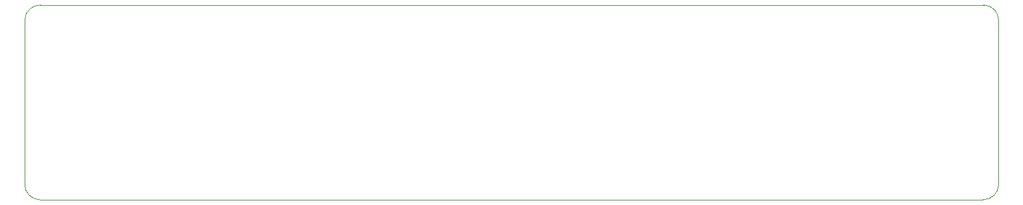
<source format=gm1>
G04 #@! TF.GenerationSoftware,KiCad,Pcbnew,6.0.5-a6ca702e91~116~ubuntu22.04.1*
G04 #@! TF.CreationDate,2022-06-23T14:32:34-07:00*
G04 #@! TF.ProjectId,slim_deej,736c696d-5f64-4656-956a-2e6b69636164,v0.0*
G04 #@! TF.SameCoordinates,Original*
G04 #@! TF.FileFunction,Profile,NP*
%FSLAX46Y46*%
G04 Gerber Fmt 4.6, Leading zero omitted, Abs format (unit mm)*
G04 Created by KiCad (PCBNEW 6.0.5-a6ca702e91~116~ubuntu22.04.1) date 2022-06-23 14:32:34*
%MOMM*%
%LPD*%
G01*
G04 APERTURE LIST*
G04 #@! TA.AperFunction,Profile*
%ADD10C,0.100000*%
G04 #@! TD*
G04 APERTURE END LIST*
D10*
X212710561Y-83102199D02*
G75*
G03*
X210780159Y-81070199I-1981201J50799D01*
G01*
X210674201Y-106487761D02*
G75*
G03*
X212706201Y-104557359I50799J1981201D01*
G01*
X85688640Y-104451401D02*
G75*
G03*
X87619042Y-106483401I1981201J-50799D01*
G01*
X87731600Y-81076800D02*
G75*
G03*
X85699600Y-83007200I-50800J-1981200D01*
G01*
X85688642Y-104451401D02*
X85699600Y-83007200D01*
X212710559Y-83102199D02*
X212706201Y-104557359D01*
X210674201Y-106487759D02*
X87619042Y-106483401D01*
X87731600Y-81076800D02*
X210780159Y-81070199D01*
M02*

</source>
